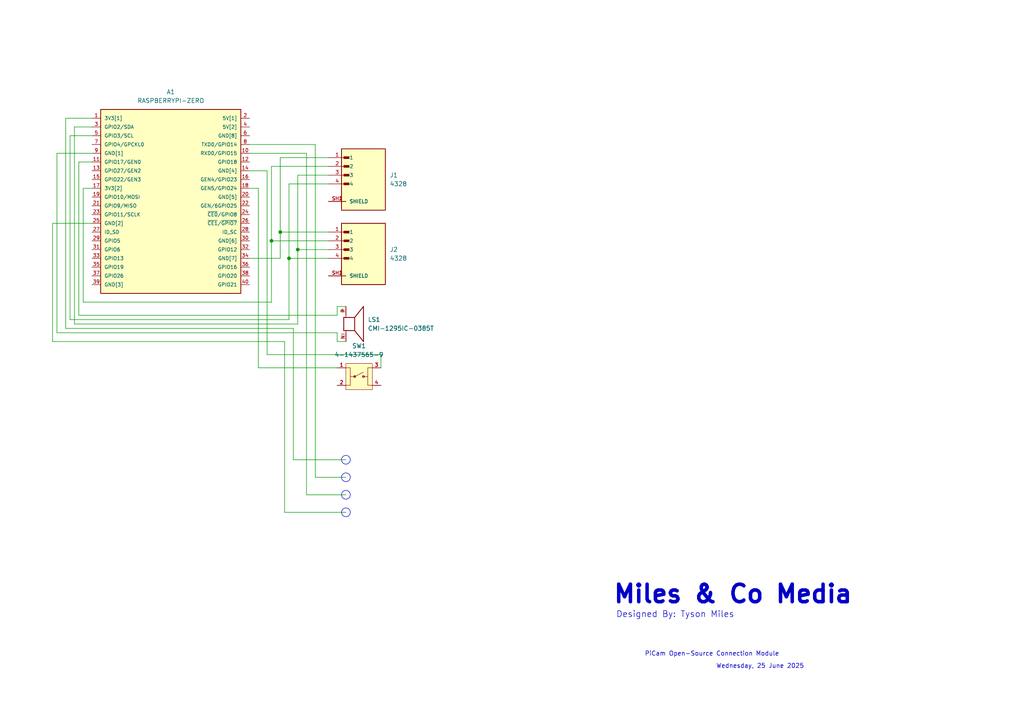
<source format=kicad_sch>
(kicad_sch (version 20250114) (generator "eeschema") (generator_version "9.0")
  (paper "A4")
  (lib_symbols
    (symbol "CMI-1295IC-0385T:CMI-1295IC-0385T" (pin_names (offset 1.016))
      (property "Reference" "LS" (at -1.27 6.35 0))
      (property "Value" "CMI-1295IC-0385T" (at -1.27 -8.255 0))
      (symbol "CMI-1295IC-0385T_0_0"
        (polyline (pts (xy -3.175 1.905) (xy -3.175 -1.905)) (stroke (width 0.254)))
        (polyline (pts (xy -3.175 1.905) (xy -2.54 1.905)) (stroke (width 0.254)))
        (polyline (pts (xy -3.175 -1.905) (xy -2.54 -1.905)) (stroke (width 0.254)))
        (polyline (pts (xy -2.54 2.54) (xy -2.54 1.905)) (stroke (width 0.1524)))
        (polyline (pts (xy -2.54 1.905) (xy 0 1.905)) (stroke (width 0.254)))
        (polyline (pts (xy -2.54 -1.905) (xy 0 -1.905)) (stroke (width 0.254)))
        (polyline (pts (xy -2.54 -2.54) (xy -2.54 -1.905)) (stroke (width 0.1524)))
        (polyline (pts (xy 0 1.905) (xy 2.54 5.08)) (stroke (width 0.254)))
        (polyline (pts (xy 0 -1.905) (xy 0 1.905)) (stroke (width 0.254)))
        (polyline (pts (xy 0 -1.905) (xy 2.54 -5.08)) (stroke (width 0.254)))
        (polyline (pts (xy 2.54 -5.08) (xy 2.54 5.08)) (stroke (width 0.254)))
        (text "+" (at -4.318 3.302 0) (effects (font (size 1.27 1.27)) (justify left bottom)))
        (text "-" (at -4.318 -3.556 0) (effects (font (size 1.27 1.27)) (justify left bottom)))
        (pin passive line (at -2.54 5.08 270) (length 2.54) (name "~") (number "P"))
        (pin passive line (at -2.54 -5.08 90) (length 2.54) (name "~") (number "N"))
      )
    )
    (symbol "Push Button:4-1437565-9" (pin_names (offset 1.016))
      (property "Reference" "SW" (at -4.0816 4.0816 0))
      (property "Value" "4-1437565-9" (at -4.071 -5.3432 0))
      (symbol "4-1437565-9_0_0"
        (polyline (pts (xy -3.81 2.54) (xy -2.54 2.54)) (stroke (width 0.127)))
        (rectangle (start -3.81 -3.81) (end 3.81 3.81) (stroke (width 0.127)) (fill (type background)))
        (polyline (pts (xy -2.54 2.54) (xy -2.54 -2.54)) (stroke (width 0.127)))
        (polyline (pts (xy -2.54 0) (xy -1.27 0)) (stroke (width 0.127)))
        (polyline (pts (xy -2.54 -2.54) (xy -3.81 -2.54)) (stroke (width 0.127)))
        (circle (center -1.27 0) (radius 0.254) (stroke (width 0.2159)))
        (polyline (pts (xy -1.27 0) (xy 1.27 1.27)) (stroke (width 0.127)))
        (polyline (pts (xy 1.27 0) (xy 2.54 0)) (stroke (width 0.127)))
        (circle (center 1.27 0) (radius 0.254) (stroke (width 0.2159)))
        (polyline (pts (xy 2.54 2.54) (xy 2.54 -2.54)) (stroke (width 0.127)))
        (polyline (pts (xy 2.54 -2.54) (xy 3.81 -2.54)) (stroke (width 0.127)))
        (polyline (pts (xy 3.81 2.54) (xy 2.54 2.54)) (stroke (width 0.127)))
        (pin passive line (at -6.35 2.54 0) (length 2.54) (name "~") (number "1"))
        (pin passive line (at -6.35 -2.54 0) (length 2.54) (name "~") (number "2"))
        (pin passive line (at 6.35 2.54 180) (length 2.54) (name "~") (number "3"))
        (pin passive line (at 6.35 -2.54 180) (length 2.54) (name "~") (number "4"))
      )
    )
    (symbol "Quicc - JST SH 4 pin:4328" (pin_names (offset 1.016))
      (property "Reference" "J" (at -6.35 11.43 0))
      (property "Value" "4328" (at -6.604 -10.414 0))
      (symbol "4328_0_0"
        (rectangle (start -6.35 -7.62) (end 6.35 10.16) (stroke (width 0.254)) (fill (type background)))
        (rectangle (start -5.715 7.3025) (end -4.1275 7.9375) (stroke (width 0.1)) (fill (type outline)))
        (rectangle (start -5.715 4.7625) (end -4.1275 5.3975) (stroke (width 0.1)) (fill (type outline)))
        (rectangle (start -5.715 2.2225) (end -4.1275 2.8575) (stroke (width 0.1)) (fill (type outline)))
        (rectangle (start -5.715 -0.3175) (end -4.1275 0.3175) (stroke (width 0.1)) (fill (type outline)))
        (pin passive line (at -10.16 7.62 0) (length 5.08) (name "1") (number "1"))
        (pin passive line (at -10.16 5.08 0) (length 5.08) (name "2") (number "2"))
        (pin passive line (at -10.16 2.54 0) (length 5.08) (name "3") (number "3"))
        (pin passive line (at -10.16 0 0) (length 5.08) (name "4") (number "4"))
        (pin passive line (at -10.16 -5.08 0) (length 5.08) (name "SHIELD") (number "SH1"))
        (pin passive line (at -10.16 -5.08 0) (length 5.08) (name "SHIELD") (number "SH2"))
      )
    )
    (symbol "RASPBERRYPI-ZERO PINOUT:RASPBERRYPI-ZERO" (pin_names (offset 1.016))
      (property "Reference" "A" (at -20.34 26.6962 0))
      (property "Value" "RASPBERRYPI-ZERO" (at -20.3391 -30.5087 0))
      (symbol "RASPBERRYPI-ZERO_0_0"
        (rectangle (start -20.32 -27.94) (end 20.32 25.4) (stroke (width 0.254)) (fill (type background)))
        (pin power_in line (at -22.86 22.86 0) (length 2.54) (name "3V3[1]") (number "1"))
        (pin bidirectional line (at -22.86 20.32 0) (length 2.54) (name "GPIO2/SDA") (number "3"))
        (pin bidirectional line (at -22.86 17.78 0) (length 2.54) (name "GPIO3/SCL") (number "5"))
        (pin bidirectional line (at -22.86 15.24 0) (length 2.54) (name "GPIO4/GPCKL0") (number "7"))
        (pin power_in line (at -22.86 12.7 0) (length 2.54) (name "GND[1]") (number "9"))
        (pin bidirectional line (at -22.86 10.16 0) (length 2.54) (name "GPIO17/GEN0") (number "11"))
        (pin bidirectional line (at -22.86 7.62 0) (length 2.54) (name "GPIO27/GEN2") (number "13"))
        (pin bidirectional line (at -22.86 5.08 0) (length 2.54) (name "GPIO22/GEN3") (number "15"))
        (pin power_in line (at -22.86 2.54 0) (length 2.54) (name "3V3[2]") (number "17"))
        (pin bidirectional line (at -22.86 0 0) (length 2.54) (name "GPIO10/MOSI") (number "19"))
        (pin bidirectional line (at -22.86 -2.54 0) (length 2.54) (name "GPIO9/MISO") (number "21"))
        (pin bidirectional line (at -22.86 -5.08 0) (length 2.54) (name "GPIO11/SCLK") (number "23"))
        (pin power_in line (at -22.86 -7.62 0) (length 2.54) (name "GND[2]") (number "25"))
        (pin bidirectional line (at -22.86 -10.16 0) (length 2.54) (name "ID_SD") (number "27"))
        (pin bidirectional line (at -22.86 -12.7 0) (length 2.54) (name "GPIO5") (number "29"))
        (pin bidirectional line (at -22.86 -15.24 0) (length 2.54) (name "GPIO6") (number "31"))
        (pin bidirectional line (at -22.86 -17.78 0) (length 2.54) (name "GPIO13") (number "33"))
        (pin bidirectional line (at -22.86 -20.32 0) (length 2.54) (name "GPIO19") (number "35"))
        (pin bidirectional line (at -22.86 -22.86 0) (length 2.54) (name "GPIO26") (number "37"))
        (pin power_in line (at -22.86 -25.4 0) (length 2.54) (name "GND[3]") (number "39"))
        (pin power_in line (at 22.86 22.86 180) (length 2.54) (name "5V[1]") (number "2"))
        (pin power_in line (at 22.86 20.32 180) (length 2.54) (name "5V[2]") (number "4"))
        (pin power_in line (at 22.86 17.78 180) (length 2.54) (name "GND[8]") (number "6"))
        (pin bidirectional line (at 22.86 15.24 180) (length 2.54) (name "TXD0/GPIO14") (number "8"))
        (pin bidirectional line (at 22.86 12.7 180) (length 2.54) (name "RXD0/GPIO15") (number "10"))
        (pin bidirectional line (at 22.86 10.16 180) (length 2.54) (name "GPIO18") (number "12"))
        (pin power_in line (at 22.86 7.62 180) (length 2.54) (name "GND[4]") (number "14"))
        (pin bidirectional line (at 22.86 5.08 180) (length 2.54) (name "GEN4/GPIO23") (number "16"))
        (pin bidirectional line (at 22.86 2.54 180) (length 2.54) (name "GEN5/GPIO24") (number "18"))
        (pin power_in line (at 22.86 0 180) (length 2.54) (name "GND[5]") (number "20"))
        (pin bidirectional line (at 22.86 -2.54 180) (length 2.54) (name "GEN/6GPIO25") (number "22"))
        (pin bidirectional line (at 22.86 -5.08 180) (length 2.54) (name "~{CE0}/GPIO8") (number "24"))
        (pin bidirectional line (at 22.86 -7.62 180) (length 2.54) (name "~{CE1}/~{GPIO7}") (number "26"))
        (pin bidirectional line (at 22.86 -10.16 180) (length 2.54) (name "ID_SC") (number "28"))
        (pin power_in line (at 22.86 -12.7 180) (length 2.54) (name "GND[6]") (number "30"))
        (pin bidirectional line (at 22.86 -15.24 180) (length 2.54) (name "GPIO12") (number "32"))
        (pin power_in line (at 22.86 -17.78 180) (length 2.54) (name "GND[7]") (number "34"))
        (pin bidirectional line (at 22.86 -20.32 180) (length 2.54) (name "GPIO16") (number "36"))
        (pin bidirectional line (at 22.86 -22.86 180) (length 2.54) (name "GPIO20") (number "38"))
        (pin bidirectional line (at 22.86 -25.4 180) (length 2.54) (name "GPIO21") (number "40"))
      )
    )
  )
  (circle (center 100.33 138.43) (radius 1.27))
  (circle (center 100.33 143.51) (radius 1.27))
  (circle (center 100.33 148.59) (radius 1.27))
  (circle (center 100.33 133.35) (radius 1.27))
  (text "Wednesday, 25 June 2025" (at 220.472 193.294 0) (effects (font (size 1.27 1.27))))
  (text "PiCam Open-Source Connection Module" (at 206.502 189.738 0) (effects (font (size 1.27 1.27))))
  (text "Miles & Co Media" (at 212.598 172.466 0) (effects (font (size 5.08 5.08) (thickness 1.016) (bold yes))))
  (text "Designed By: Tyson Miles" (at 195.834 178.308 0) (effects (font (size 1.778 1.778))))
  (junction (at 81.28 67.31))
  (junction (at 83.82 74.93))
  (junction (at 86.36 72.39))
  (junction (at 78.74 69.85))
  (wire (pts (xy 22.86 46.99) (xy 22.86 91.44)))
  (wire (pts (xy 95.25 53.34) (xy 83.82 53.34)))
  (wire (pts (xy 26.67 34.29) (xy 19.05 34.29)))
  (wire (pts (xy 77.47 102.87) (xy 110.49 102.87)))
  (wire (pts (xy 110.49 102.87) (xy 110.49 106.68)))
  (wire (pts (xy 19.05 95.25) (xy 85.09 95.25)))
  (wire (pts (xy 82.55 148.59) (xy 82.55 99.06)))
  (wire (pts (xy 91.44 41.91) (xy 72.39 41.91)))
  (wire (pts (xy 22.86 91.44) (xy 97.79 91.44)))
  (wire (pts (xy 97.79 88.9) (xy 97.79 91.44)))
  (wire (pts (xy 20.32 92.71) (xy 20.32 39.37)))
  (wire (pts (xy 97.79 106.68) (xy 74.93 106.68)))
  (wire (pts (xy 77.47 49.53) (xy 77.47 102.87)))
  (wire (pts (xy 81.28 45.72) (xy 81.28 67.31)))
  (wire (pts (xy 86.36 93.98) (xy 86.36 72.39)))
  (wire (pts (xy 26.67 64.77) (xy 15.24 64.77)))
  (wire (pts (xy 78.74 69.85) (xy 78.74 87.63)))
  (wire (pts (xy 81.28 67.31) (xy 81.28 74.93)))
  (wire (pts (xy 21.59 93.98) (xy 86.36 93.98)))
  (wire (pts (xy 86.36 50.8) (xy 95.25 50.8)))
  (wire (pts (xy 81.28 67.31) (xy 95.25 67.31)))
  (wire (pts (xy 83.82 53.34) (xy 83.82 74.93)))
  (wire (pts (xy 91.44 138.43) (xy 91.44 41.91)))
  (wire (pts (xy 82.55 99.06) (xy 15.24 99.06)))
  (wire (pts (xy 85.09 133.35) (xy 100.33 133.35)))
  (wire (pts (xy 16.51 44.45) (xy 26.67 44.45)))
  (wire (pts (xy 97.79 96.52) (xy 16.51 96.52)))
  (wire (pts (xy 86.36 72.39) (xy 95.25 72.39)))
  (wire (pts (xy 85.09 95.25) (xy 85.09 133.35)))
  (wire (pts (xy 78.74 87.63) (xy 24.13 87.63)))
  (wire (pts (xy 100.33 88.9) (xy 97.79 88.9)))
  (wire (pts (xy 88.9 44.45) (xy 88.9 143.51)))
  (wire (pts (xy 88.9 143.51) (xy 100.33 143.51)))
  (wire (pts (xy 15.24 64.77) (xy 15.24 99.06)))
  (wire (pts (xy 26.67 46.99) (xy 22.86 46.99)))
  (wire (pts (xy 74.93 54.61) (xy 72.39 54.61)))
  (wire (pts (xy 95.25 45.72) (xy 81.28 45.72)))
  (wire (pts (xy 83.82 74.93) (xy 95.25 74.93)))
  (wire (pts (xy 83.82 92.71) (xy 20.32 92.71)))
  (wire (pts (xy 72.39 49.53) (xy 77.47 49.53)))
  (wire (pts (xy 16.51 96.52) (xy 16.51 44.45)))
  (wire (pts (xy 74.93 106.68) (xy 74.93 54.61)))
  (wire (pts (xy 97.79 96.52) (xy 97.79 99.06)))
  (wire (pts (xy 86.36 72.39) (xy 86.36 50.8)))
  (wire (pts (xy 100.33 138.43) (xy 91.44 138.43)))
  (wire (pts (xy 83.82 74.93) (xy 83.82 92.71)))
  (wire (pts (xy 24.13 87.63) (xy 24.13 54.61)))
  (wire (pts (xy 21.59 36.83) (xy 21.59 93.98)))
  (wire (pts (xy 78.74 69.85) (xy 95.25 69.85)))
  (wire (pts (xy 97.79 99.06) (xy 100.33 99.06)))
  (wire (pts (xy 19.05 34.29) (xy 19.05 95.25)))
  (wire (pts (xy 72.39 44.45) (xy 88.9 44.45)))
  (wire (pts (xy 95.25 48.26) (xy 78.74 48.26)))
  (wire (pts (xy 81.28 74.93) (xy 72.39 74.93)))
  (wire (pts (xy 20.32 39.37) (xy 26.67 39.37)))
  (wire (pts (xy 26.67 36.83) (xy 21.59 36.83)))
  (wire (pts (xy 24.13 54.61) (xy 26.67 54.61)))
  (wire (pts (xy 78.74 48.26) (xy 78.74 69.85)))
  (wire (pts (xy 82.55 148.59) (xy 100.33 148.59)))
  (symbol (lib_id "Quicc - JST SH 4 pin:4328") (at 105.41 53.34 0) (unit 1)
    (property "Reference" "J1" (at 113.03 50.7999 0) (effects (justify left)))
    (property "Value" "4328" (at 113.03 53.3399 0) (effects (justify left)))
    (property "Footprint" "4328:ADAFRUIT_4328" (effects (hide yes)))
    (property "MF" "Adafruit" (effects (hide yes)))
    (property "MAXIMUM_PACKAGE_HEIGHT" "4.25mm" (effects (hide yes)))
    (property "Package" "None" (effects (hide yes)))
    (property "Price" "None" (effects (hide yes)))
    (property "Check_prices" "https://www.snapeda.com/parts/4328/Adafruit+Industries/view-part/?ref=eda" (effects (hide yes)))
    (property "STANDARD" "Manufacturer Recommendations" (effects (hide yes)))
    (property "PARTREV" "23/3/21" (effects (hide yes)))
    (property "SnapEDA_Link" "https://www.snapeda.com/parts/4328/Adafruit+Industries/view-part/?ref=snap" (effects (hide yes)))
    (property "MP" "4328" (effects (hide yes)))
    (property "Description_1" "Adafruit Accessories JST SH 4-pin Vertical Connector (10-pack) - Qwiic Compatible" (effects (hide yes)))
    (property "Availability" "In Stock" (effects (hide yes)))
    (property "MANUFACTURER" "Adafruit" (effects (hide yes)))
  )
  (symbol (lib_id "CMI-1295IC-0385T:CMI-1295IC-0385T") (at 102.87 93.98 0) (unit 1)
    (property "Reference" "LS1" (at 106.68 92.7099 0) (effects (justify left)))
    (property "Value" "CMI-1295IC-0385T" (at 106.68 95.2499 0) (effects (justify left)))
    (property "Footprint" "CMI-1295IC-0385T:CUI_CMI-1295IC-0385T" (effects (hide yes)))
    (property "MF" "Same Sky" (effects (hide yes)))
    (property "MAXIMUM_PACKAGE_HEIGHT" "9.7mm" (effects (hide yes)))
    (property "Package" "Package" (effects (hide yes)))
    (property "Price" "None" (effects (hide yes)))
    (property "Check_prices" "https://www.snapeda.com/parts/CMI-1295IC-0385T/Same+Sky/view-part/?ref=eda" (effects (hide yes)))
    (property "STANDARD" "Manufacturer Recommendations" (effects (hide yes)))
    (property "PARTREV" "1.0" (effects (hide yes)))
    (property "SnapEDA_Link" "https://www.snapeda.com/parts/CMI-1295IC-0385T/Same+Sky/view-part/?ref=snap" (effects (hide yes)))
    (property "MP" "CMI-1295IC-0385T" (effects (hide yes)))
    (property "Description_1" "12 mm, 3 Vdc, 85 dB, Through Hole, Driving Circuit, Magnetic Audio Indicator Buzzer" (effects (hide yes)))
    (property "Availability" "In Stock" (effects (hide yes)))
    (property "MANUFACTURER" "CUI Inc." (effects (hide yes)))
  )
  (symbol (lib_id "Push Button:4-1437565-9") (at 104.14 109.22 0) (unit 1)
    (property "Reference" "SW1" (at 104.14 100.33 0))
    (property "Value" "4-1437565-9" (at 104.14 102.87 0))
    (property "Footprint" "4-1437565-9:TE_4-1437565-9" (effects (hide yes)))
    (property "Contact_Current_Rating" "50 mA" (effects (hide yes)))
    (property "COMMENT" "FSM6JSMA (4-1437565-9)" (effects (hide yes)))
    (property "Configuration_Pole-Throw" "Single Pole - Single Throw" (effects (hide yes)))
    (property "Check_prices" "https://www.snapeda.com/parts/FSM6JSMA/TE+Connectivity+ALCOSWITCH+Switches/view-part/?ref=eda" (effects (hide yes)))
    (property "CONFIGURATION_(POLE-THROW)" "Single Pole - Single Throw" (effects (hide yes)))
    (property "STANDARD" "Manufacturer Recommendation" (effects (hide yes)))
    (property "PARTREV" "V" (effects (hide yes)))
    (property "SnapEDA_Link" "https://www.snapeda.com/parts/FSM6JSMA/TE+Connectivity+ALCOSWITCH+Switches/view-part/?ref=snap" (effects (hide yes)))
    (property "LINK" "http://www.te.com/usa-en/product-4-1437565-9.html" (effects (hide yes)))
    (property "EU_RoHS_Compliance" "Compliant" (effects (hide yes)))
    (property "Price" "None" (effects (hide yes)))
    (property "AVAILABILITY" "Good" (effects (hide yes)))
    (property "Description_1" "Alcoswitch, Switch, Tactile, 50 mA, SPST, Pushbutton, Off[On], FSM6JSMA | TE Connectivity FSM6JSMA" (effects (hide yes)))
    (property "CONTACT_CURRENT_RATING" "50 mA" (effects (hide yes)))
    (property "MF" "TE Connectivity" (effects (hide yes)))
    (property "DESCRIPTION" "FSM6JSMA=SMT,TACTILE,PB SWITCH" (effects (hide yes)))
    (property "PRICE" "0.15 USD" (effects (hide yes)))
    (property "PACKAGE" "None" (effects (hide yes)))
    (property "Availability" "In Stock" (effects (hide yes)))
    (property "MP" "FSM6JSMA" (effects (hide yes)))
    (property "Package" "None" (effects (hide yes)))
    (property "EU_ROHS_COMPLIANCE" "Compliant" (effects (hide yes)))
    (property "Comment" "4-1437565-9" (effects (hide yes)))
  )
  (symbol (lib_id "RASPBERRYPI-ZERO PINOUT:RASPBERRYPI-ZERO") (at 49.53 57.15 0) (unit 1)
    (property "Reference" "A1" (at 49.53 26.67 0))
    (property "Value" "RASPBERRYPI-ZERO" (at 49.53 29.21 0))
    (property "Footprint" "RASPBERRYPI-ZERO:RASPBERRYPI-ZERO_RPI-ZERO" (effects (hide yes)))
    (property "MF" "Raspberry Pi" (effects (hide yes)))
    (property "Description_1" "Official Raspberry Pi Zero Case" (effects (hide yes)))
    (property "Package" "None" (effects (hide yes)))
    (property "Price" "None" (effects (hide yes)))
    (property "Check_prices" "https://www.snapeda.com/parts/RASPBERRYPI-ZERO/Raspberry+Pi/view-part/?ref=eda" (effects (hide yes)))
    (property "STANDARD" "MAnufactutrer Recommendations" (effects (hide yes)))
    (property "SnapEDA_Link" "https://www.snapeda.com/parts/RASPBERRYPI-ZERO/Raspberry+Pi/view-part/?ref=snap" (effects (hide yes)))
    (property "MP" "RASPBERRYPI-ZERO" (effects (hide yes)))
    (property "Availability" "Not in stock" (effects (hide yes)))
    (property "MANUFACTURER" "Raspberry" (effects (hide yes)))
  )
  (symbol (lib_id "Quicc - JST SH 4 pin:4328") (at 105.41 74.93 0) (unit 1)
    (property "Reference" "J2" (at 113.03 72.3899 0) (effects (justify left)))
    (property "Value" "4328" (at 113.03 74.9299 0) (effects (justify left)))
    (property "Footprint" "4328:ADAFRUIT_4328" (effects (hide yes)))
    (property "MF" "Adafruit" (effects (hide yes)))
    (property "MAXIMUM_PACKAGE_HEIGHT" "4.25mm" (effects (hide yes)))
    (property "Package" "None" (effects (hide yes)))
    (property "Price" "None" (effects (hide yes)))
    (property "Check_prices" "https://www.snapeda.com/parts/4328/Adafruit+Industries/view-part/?ref=eda" (effects (hide yes)))
    (property "STANDARD" "Manufacturer Recommendations" (effects (hide yes)))
    (property "PARTREV" "23/3/21" (effects (hide yes)))
    (property "SnapEDA_Link" "https://www.snapeda.com/parts/4328/Adafruit+Industries/view-part/?ref=snap" (effects (hide yes)))
    (property "MP" "4328" (effects (hide yes)))
    (property "Description_1" "Adafruit Accessories JST SH 4-pin Vertical Connector (10-pack) - Qwiic Compatible" (effects (hide yes)))
    (property "Availability" "In Stock" (effects (hide yes)))
    (property "MANUFACTURER" "Adafruit" (effects (hide yes)))
  )
)
</source>
